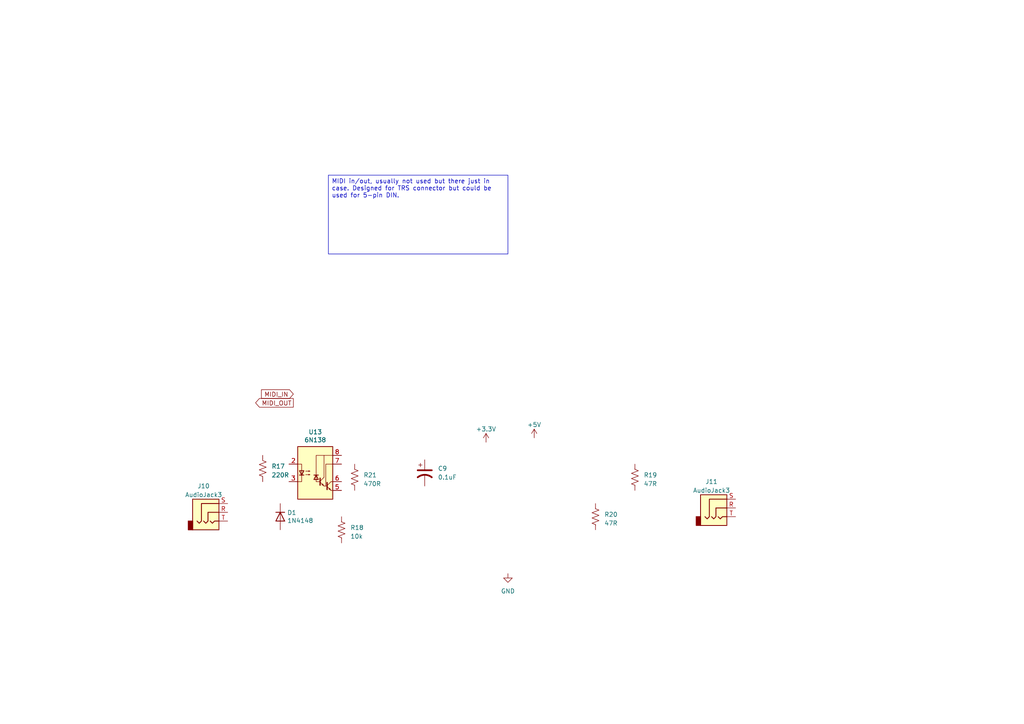
<source format=kicad_sch>
(kicad_sch (version 20230121) (generator eeschema)
  (paper "A4")
  (lib_symbols
    (symbol "Connector_Audio:AudioJack3"
      (property "Reference" "J" (at 0 8.89 0))
      (property "Value" "AudioJack3" (at 0 6.35 0))
      (symbol "AudioJack3_0_1"
        (rectangle (start -5.08 -5.08) (end -6.35 -2.54) (stroke (width 0.254)) (fill (type outline)))
        (polyline (pts (xy 0 -2.54) (xy 0.635 -3.175) (xy 1.27 -2.54) (xy 2.54 -2.54)) (stroke (width 0.254)))
        (polyline (pts (xy -1.905 -2.54) (xy -1.27 -3.175) (xy -0.635 -2.54) (xy -0.635 0) (xy 2.54 0)) (stroke (width 0.254)))
        (polyline (pts (xy 2.54 2.54) (xy -2.54 2.54) (xy -2.54 -2.54) (xy -3.175 -3.175) (xy -3.81 -2.54)) (stroke (width 0.254)))
        (rectangle (start 2.54 3.81) (end -5.08 -5.08) (stroke (width 0.254)) (fill (type background)))
      )
      (symbol "AudioJack3_1_1"
        (pin passive line (at 5.08 0 180) (length 2.54) (name "~") (number "R"))
        (pin passive line (at 5.08 2.54 180) (length 2.54) (name "~") (number "S"))
        (pin passive line (at 5.08 -2.54 180) (length 2.54) (name "~") (number "T"))
      )
    )
    (symbol "Device:C_Polarized_US" (pin_numbers hide) (pin_names (offset 0.254) hide)
      (property "Reference" "C" (at 0.635 2.54 0))
      (property "Value" "C_Polarized_US" (at 0.635 -2.54 0))
      (symbol "C_Polarized_US_0_1"
        (polyline (pts (xy -2.032 0.762) (xy 2.032 0.762)) (stroke (width 0.508)))
        (polyline (pts (xy -1.778 2.286) (xy -0.762 2.286)))
        (polyline (pts (xy -1.27 1.778) (xy -1.27 2.794)))
        (arc (start 2.032 -1.27) (mid 0 -0.5572) (end -2.032 -1.27) (stroke (width 0.508)))
      )
      (symbol "C_Polarized_US_1_1"
        (pin passive line (at 0 3.81 270) (length 2.794) (name "~") (number "1"))
        (pin passive line (at 0 -3.81 90) (length 3.302) (name "~") (number "2"))
      )
    )
    (symbol "Device:R_US" (pin_numbers hide) (pin_names (offset 0))
      (property "Reference" "R" (at 2.54 0 90))
      (property "Value" "R_US" (at -2.54 0 90))
      (symbol "R_US_0_1"
        (polyline (pts (xy 0 -2.286) (xy 0 -2.54)))
        (polyline (pts (xy 0 2.286) (xy 0 2.54)))
        (polyline (pts (xy 0 -0.762) (xy 1.016 -1.143) (xy 0 -1.524) (xy -1.016 -1.905) (xy 0 -2.286)))
        (polyline (pts (xy 0 0.762) (xy 1.016 0.381) (xy 0 0) (xy -1.016 -0.381) (xy 0 -0.762)))
        (polyline (pts (xy 0 2.286) (xy 1.016 1.905) (xy 0 1.524) (xy -1.016 1.143) (xy 0 0.762)))
      )
      (symbol "R_US_1_1"
        (pin passive line (at 0 3.81 270) (length 1.27) (name "~") (number "1"))
        (pin passive line (at 0 -3.81 90) (length 1.27) (name "~") (number "2"))
      )
    )
    (symbol "Diode:1N4148" (pin_numbers hide) (pin_names (offset 1.016) hide)
      (property "Reference" "D" (at 0 2.54 0))
      (property "Value" "1N4148" (at 0 -2.54 0))
      (symbol "1N4148_0_1"
        (polyline (pts (xy -1.27 1.27) (xy -1.27 -1.27)) (stroke (width 0.254)))
        (polyline (pts (xy 1.27 0) (xy -1.27 0)))
        (polyline (pts (xy 1.27 1.27) (xy 1.27 -1.27) (xy -1.27 0) (xy 1.27 1.27)) (stroke (width 0.254)))
      )
      (symbol "1N4148_1_1"
        (pin passive line (at -3.81 0 0) (length 2.54) (name "K") (number "1"))
        (pin passive line (at 3.81 0 180) (length 2.54) (name "A") (number "2"))
      )
    )
    (symbol "GND_1" (power) (pin_names (offset 0))
      (property "Value" "GND_1" (at 0 -3.81 0))
      (symbol "GND_1_0_1"
        (polyline (pts (xy 0 0) (xy 0 -1.27) (xy 1.27 -1.27) (xy 0 -2.54) (xy -1.27 -1.27) (xy 0 -1.27)))
      )
      (symbol "GND_1_1_1"
        (pin power_in line (at 0 0 270) (length 0) hide (name "GND") (number "1"))
      )
    )
    (symbol "Isolator:6N138" (pin_names (offset 1.016) hide)
      (property "Reference" "U" (at -4.064 8.89 0))
      (property "Value" "6N138" (at 2.286 8.89 0))
      (symbol "6N138_0_1"
        (rectangle (start -5.08 7.62) (end 5.08 -7.62) (stroke (width 0.254)) (fill (type background)))
        (polyline (pts (xy -4.572 -0.635) (xy -3.302 -0.635)) (stroke (width 0.254)))
        (polyline (pts (xy 0.889 -0.635) (xy -0.381 -0.635)) (stroke (width 0.254)))
        (polyline (pts (xy 1.397 -2.667) (xy 2.54 -3.81)))
        (polyline (pts (xy 1.397 -2.413) (xy 2.54 -1.27)))
        (polyline (pts (xy 2.54 -3.81) (xy 3.175 -3.81)))
        (polyline (pts (xy 3.429 -3.937) (xy 4.572 -5.08)))
        (polyline (pts (xy 3.429 -3.683) (xy 4.572 -2.54)))
        (polyline (pts (xy 4.572 -5.08) (xy 5.08 -5.08)))
        (polyline (pts (xy 4.572 -2.54) (xy 5.08 -2.54)))
        (polyline (pts (xy 1.397 -1.524) (xy 1.397 -3.556) (xy 1.397 -3.556)) (stroke (width 0.3556)))
        (polyline (pts (xy 2.54 -1.27) (xy 2.54 5.08) (xy 5.08 5.08)))
        (polyline (pts (xy 3.429 -2.794) (xy 3.429 -4.826) (xy 3.429 -4.826)) (stroke (width 0.3556)))
        (polyline (pts (xy 5.08 2.54) (xy 3.048 2.54) (xy 3.048 -3.81)))
        (polyline (pts (xy -5.08 -2.54) (xy -3.937 -2.54) (xy -3.937 2.54) (xy -5.08 2.54)))
        (polyline (pts (xy -3.937 -0.635) (xy -4.572 0.635) (xy -3.302 0.635) (xy -3.937 -0.635)) (stroke (width 0.254)))
        (polyline (pts (xy 0.254 -0.635) (xy 0.889 -1.905) (xy -0.381 -1.905) (xy 0.254 -0.635)) (stroke (width 0.254)))
        (polyline (pts (xy 1.27 -2.54) (xy 0.254 -2.54) (xy 0.254 5.08) (xy 2.54 5.08)))
        (polyline (pts (xy 2.413 -3.683) (xy 2.159 -3.175) (xy 1.905 -3.429) (xy 2.413 -3.683)))
        (polyline (pts (xy 4.445 -4.953) (xy 4.191 -4.445) (xy 3.937 -4.699) (xy 4.445 -4.953)))
        (polyline (pts (xy -2.794 -0.508) (xy -1.524 -0.508) (xy -1.905 -0.635) (xy -1.905 -0.381) (xy -1.524 -0.508)))
        (polyline (pts (xy -2.794 0.508) (xy -1.524 0.508) (xy -1.905 0.381) (xy -1.905 0.635) (xy -1.524 0.508)))
      )
      (symbol "6N138_1_1"
        (pin no_connect line (at -5.08 5.08 0) (length 2.54) hide (name "NC") (number "1"))
        (pin passive line (at -7.62 2.54 0) (length 2.54) (name "C1") (number "2"))
        (pin passive line (at -7.62 -2.54 0) (length 2.54) (name "C2") (number "3"))
        (pin no_connect line (at -5.08 -5.08 0) (length 2.54) hide (name "NC") (number "4"))
        (pin passive line (at 7.62 -5.08 180) (length 2.54) (name "GND") (number "5"))
        (pin passive line (at 7.62 -2.54 180) (length 2.54) (name "VO2") (number "6"))
        (pin passive line (at 7.62 2.54 180) (length 2.54) (name "VO1") (number "7"))
        (pin passive line (at 7.62 5.08 180) (length 2.54) (name "VCC") (number "8"))
      )
    )
    (symbol "power:+3.3V" (power) (pin_names (offset 0))
      (property "Value" "+3.3V" (at 0 3.556 0))
      (symbol "+3.3V_0_1"
        (polyline (pts (xy -0.762 1.27) (xy 0 2.54)))
        (polyline (pts (xy 0 0) (xy 0 2.54)))
        (polyline (pts (xy 0 2.54) (xy 0.762 1.27)))
      )
      (symbol "+3.3V_1_1"
        (pin power_in line (at 0 0 90) (length 0) hide (name "+3.3V") (number "1"))
      )
    )
    (symbol "power:+5V" (power) (pin_names (offset 0))
      (property "Value" "+5V" (at 0 3.556 0))
      (symbol "+5V_0_1"
        (polyline (pts (xy -0.762 1.27) (xy 0 2.54)))
        (polyline (pts (xy 0 0) (xy 0 2.54)))
        (polyline (pts (xy 0 2.54) (xy 0.762 1.27)))
      )
      (symbol "+5V_1_1"
        (pin power_in line (at 0 0 90) (length 0) hide (name "+5V") (number "1"))
      )
    )
  )
  (text_box "MIDI in/out, usually not used but there just in case. Designed for TRS connector but could be used for 5-pin DIN." (at 95.25 50.8 0) (size 52.07 22.86) (effects (font (size 1.27 1.27)) (justify left top)))
  (global_label "MIDI_OUT" (shape output) (at 85.09 116.84 180) (property "Intersheetrefs" "${INTERSHEET_REFS}" (effects hide)))
  (global_label "MIDI_IN" (shape input) (at 85.09 114.3 180) (property "Intersheetrefs" "${INTERSHEET_REFS}" (effects hide)))
  (symbol (lib_id "power:+5V") (at 154.94 127 0) (unit 1)
    (property "Reference" "#PWR020" (effects hide))
    (property "Value" "+5V" (at 154.94 123.19 0))
  )
  (symbol (lib_id "Connector_Audio:AudioJack3") (at 208.28 147.32 0) (unit 1)
    (property "Reference" "J11" (at 206.375 139.7 0))
    (property "Value" "AudioJack3" (at 206.375 142.24 0))
  )
  (symbol (lib_name "GND_1") (lib_id "power:GND") (at 147.32 166.37 0) (unit 1)
    (property "Reference" "#PWR018" (effects hide))
    (property "Value" "GND" (at 147.32 171.45 0))
  )
  (symbol (lib_id "Diode:1N4148") (at 81.28 149.86 270) (unit 1)
    (property "Reference" "D1" (at 83.2866 148.6916 90) (effects (justify left)))
    (property "Value" "1N4148" (at 83.2866 151.003 90) (effects (justify left)))
    (property "Footprint" "Diode_SMD:D_SOD-123" (effects hide))
    (property "Datasheet" "http://www.nxp.com/documents/data_sheet/1N4148_1N4448.pdf" (effects hide))
    (instances (project "stomp_00" (path "" (reference "D1") (unit 1)) (path "" (reference "D3") (unit 1))) (project "drumkid" (path "" (reference "D7") (unit 1))))
  )
  (symbol (lib_id "Device:R_US") (at 76.2 135.89 0) (unit 1)
    (property "Reference" "R17" (at 78.74 135.255 0) (effects (justify left)))
    (property "Value" "220R" (at 78.74 137.795 0) (effects (justify left)))
  )
  (symbol (lib_id "Device:R_US") (at 184.15 138.43 0) (unit 1)
    (property "Reference" "R19" (at 186.69 137.795 0) (effects (justify left)))
    (property "Value" "47R" (at 186.69 140.335 0) (effects (justify left)))
  )
  (symbol (lib_id "Device:C_Polarized_US") (at 123.19 137.16 0) (unit 1)
    (property "Reference" "C9" (at 127 135.89 0) (effects (justify left)))
    (property "Value" "0.1uF" (at 127 138.43 0) (effects (justify left)))
  )
  (symbol (lib_id "Device:R_US") (at 102.87 138.43 0) (unit 1)
    (property "Reference" "R21" (at 105.41 137.795 0) (effects (justify left)))
    (property "Value" "470R" (at 105.41 140.335 0) (effects (justify left)))
  )
  (symbol (lib_id "power:+3.3V") (at 140.97 128.27 0) (unit 1)
    (property "Reference" "#PWR019" (effects hide))
    (property "Value" "+3.3V" (at 140.97 124.46 0))
  )
  (symbol (lib_id "Device:R_US") (at 99.06 153.67 0) (unit 1)
    (property "Reference" "R18" (at 101.6 153.035 0) (effects (justify left)))
    (property "Value" "10k" (at 101.6 155.575 0) (effects (justify left)))
  )
  (symbol (lib_id "Isolator:6N138") (at 91.44 137.16 0) (unit 1)
    (property "Reference" "U13" (at 91.44 125.2982 0))
    (property "Value" "6N138" (at 91.44 127.6096 0))
    (property "Footprint" "Package_DIP:PowerIntegrations_SMD-8" (effects hide))
    (property "Datasheet" "http://www.onsemi.com/pub/Collateral/HCPL2731-D.pdf" (effects hide))
    (instances (project "stomp_00" (path "" (reference "U13") (unit 1)) (path "" (reference "U14") (unit 1))) (project "drumkid" (path "" (reference "U1") (unit 1))))
  )
  (symbol (lib_id "Device:R_US") (at 172.72 149.86 0) (unit 1)
    (property "Reference" "R20" (at 175.26 149.225 0) (effects (justify left)))
    (property "Value" "47R" (at 175.26 151.765 0) (effects (justify left)))
  )
  (symbol (lib_id "Connector_Audio:AudioJack3") (at 60.96 148.59 0) (unit 1)
    (property "Reference" "J10" (at 59.055 140.97 0))
    (property "Value" "AudioJack3" (at 59.055 143.51 0))
  )
)
</source>
